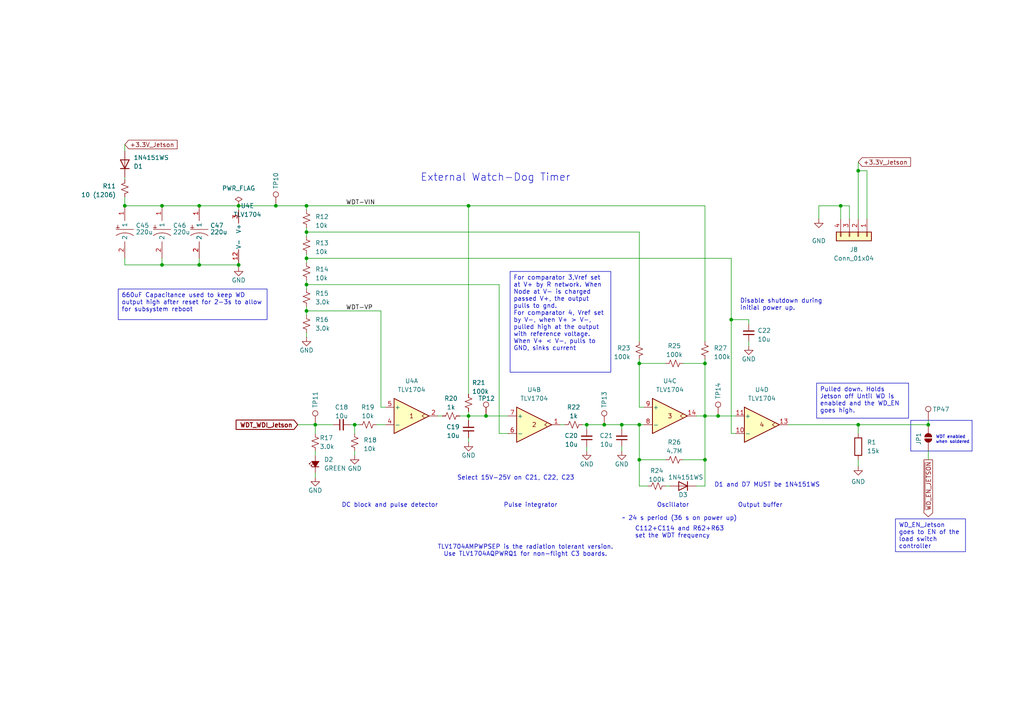
<source format=kicad_sch>
(kicad_sch (version 20250114) (generator "eeschema") (generator_version "9.0")
  (paper "A4")
  (lib_symbols
    (symbol "Connector:TestPoint" (pin_numbers (hide yes)) (pin_names (offset 0.762) (hide yes))
      (property "Reference" "TP" (at 0 6.858 0))
      (property "Value" "TestPoint" (at 0 5.08 0))
      (symbol "TestPoint_0_1"
        (circle (center 0 3.302) (radius 0.762))
      )
      (symbol "TestPoint_1_1"
        (pin passive line (at 0 0 90) (length 2.54) (name "1") (number "1"))
      )
    )
    (symbol "Connector_Generic:Conn_01x04" (pin_names (offset 1.016) (hide yes))
      (property "Reference" "J" (at 0 5.08 0))
      (property "Value" "Conn_01x04" (at 0 -7.62 0))
      (symbol "Conn_01x04_1_1"
        (rectangle (start -1.27 3.81) (end 1.27 -6.35) (stroke (width 0.254)) (fill (type background)))
        (rectangle (start -1.27 2.667) (end 0 2.413) (stroke (width 0.1524)))
        (rectangle (start -1.27 0.127) (end 0 -0.127) (stroke (width 0.1524)))
        (rectangle (start -1.27 -2.413) (end 0 -2.667) (stroke (width 0.1524)))
        (rectangle (start -1.27 -4.953) (end 0 -5.207) (stroke (width 0.1524)))
        (pin passive line (at -5.08 2.54 0) (length 3.81) (name "Pin_1") (number "1"))
        (pin passive line (at -5.08 0 0) (length 3.81) (name "Pin_2") (number "2"))
        (pin passive line (at -5.08 -2.54 0) (length 3.81) (name "Pin_3") (number "3"))
        (pin passive line (at -5.08 -5.08 0) (length 3.81) (name "Pin_4") (number "4"))
      )
    )
    (symbol "Device:C_Small" (pin_numbers (hide yes)) (pin_names (offset 0.254) (hide yes))
      (property "Reference" "C" (at 0.254 1.778 0))
      (property "Value" "C_Small" (at 0.254 -2.032 0))
      (symbol "C_Small_0_1"
        (polyline (pts (xy -1.524 0.508) (xy 1.524 0.508)) (stroke (width 0.3048)))
        (polyline (pts (xy -1.524 -0.508) (xy 1.524 -0.508)) (stroke (width 0.3302)))
      )
      (symbol "C_Small_1_1"
        (pin passive line (at 0 2.54 270) (length 2.032) (name "~") (number "1"))
        (pin passive line (at 0 -2.54 90) (length 2.032) (name "~") (number "2"))
      )
    )
    (symbol "Device:LED_Small_Filled" (pin_numbers (hide yes)) (pin_names (offset 0.254) (hide yes))
      (property "Reference" "D" (at -1.27 3.175 0))
      (property "Value" "LED_Small_Filled" (at -4.445 -2.54 0))
      (symbol "LED_Small_Filled_0_1"
        (polyline (pts (xy -0.762 -1.016) (xy -0.762 1.016)) (stroke (width 0.254)))
        (polyline (pts (xy 0 0.762) (xy -0.508 1.27) (xy -0.254 1.27) (xy -0.508 1.27) (xy -0.508 1.016)))
        (polyline (pts (xy 0.508 1.27) (xy 0 1.778) (xy 0.254 1.778) (xy 0 1.778) (xy 0 1.524)))
        (polyline (pts (xy 0.762 -1.016) (xy -0.762 0) (xy 0.762 1.016) (xy 0.762 -1.016)) (stroke (width 0.254)) (fill (type outline)))
        (polyline (pts (xy 1.016 0) (xy -0.762 0)))
      )
      (symbol "LED_Small_Filled_1_1"
        (pin passive line (at -2.54 0 0) (length 1.778) (name "K") (number "1"))
        (pin passive line (at 2.54 0 180) (length 1.778) (name "A") (number "2"))
      )
    )
    (symbol "Device:R" (pin_numbers (hide yes)) (pin_names (offset 0))
      (property "Reference" "R" (at 2.032 0 90))
      (property "Value" "R" (at 0 0 90))
      (symbol "R_0_1"
        (rectangle (start -1.016 -2.54) (end 1.016 2.54) (stroke (width 0.254)))
      )
      (symbol "R_1_1"
        (pin passive line (at 0 3.81 270) (length 1.27) (name "~") (number "1"))
        (pin passive line (at 0 -3.81 90) (length 1.27) (name "~") (number "2"))
      )
    )
    (symbol "Device:R_Small_US" (pin_numbers (hide yes)) (pin_names (offset 0.254) (hide yes))
      (property "Reference" "R" (at 0.762 0.508 0))
      (property "Value" "R_Small_US" (at 0.762 -1.016 0))
      (symbol "R_Small_US_1_1"
        (polyline (pts (xy 0 1.524) (xy 1.016 1.143) (xy 0 0.762) (xy -1.016 0.381) (xy 0 0)))
        (polyline (pts (xy 0 0) (xy 1.016 -0.381) (xy 0 -0.762) (xy -1.016 -1.143) (xy 0 -1.524)))
        (pin passive line (at 0 2.54 270) (length 1.016) (name "~") (number "1"))
        (pin passive line (at 0 -2.54 90) (length 1.016) (name "~") (number "2"))
      )
    )
    (symbol "EPS:1N4151WS" (pin_numbers (hide yes)) (pin_names (offset 1.016) (hide yes))
      (property "Reference" "D" (at 0 2.54 0))
      (property "Value" "1N4151WS" (at 0 -2.54 0))
      (symbol "1N4151WS_0_1"
        (polyline (pts (xy -1.27 1.27) (xy -1.27 -1.27)) (stroke (width 0.254)))
        (polyline (pts (xy 1.27 1.27) (xy 1.27 -1.27) (xy -1.27 0) (xy 1.27 1.27)) (stroke (width 0.254)))
        (polyline (pts (xy 1.27 0) (xy -1.27 0)))
      )
      (symbol "1N4151WS_1_1"
        (pin passive line (at -3.81 0 0) (length 2.54) (name "K") (number "1"))
        (pin passive line (at 3.81 0 180) (length 2.54) (name "A") (number "2"))
      )
    )
    (symbol "EPS:CA45-D-10V-220μF-K"
      (property "Reference" "C" (at 0 5.08 0))
      (property "Value" "220u" (at 0 -5.08 0))
      (symbol "CA45-D-10V-220μF-K_0_1"
        (arc (start -1.02 2.54) (mid -0.31 0.81) (end -0.25 0))
        (arc (start -0.25 0) (mid -0.27 -0.53) (end -1.02 -2.54))
        (polyline (pts (xy 0.76 2.54) (xy 0.76 -2.54)))
        (rectangle (start 1.02 2.03) (end 2.03 2.03) (fill (type background)))
        (rectangle (start 1.27 2.54) (end 1.27 1.52) (fill (type background)))
        (pin unspecified line (at -7.62 0 0) (length 4.826) (name "2") (number "2"))
        (pin unspecified line (at 7.62 0 180) (length 4.318) (name "1") (number "1"))
      )
    )
    (symbol "EPS:TLV1704AIPWR" (pin_names (offset 0.127))
      (property "Reference" "U13" (at 0 10.16 0))
      (property "Value" "TLV1704" (at 0 7.62 0))
      (symbol "TLV1704AIPWR_1_1"
        (polyline (pts (xy -5.08 5.08) (xy 5.08 0) (xy -5.08 -5.08) (xy -5.08 5.08)) (stroke (width 0.254)) (fill (type background)))
        (polyline (pts (xy 3.048 0) (xy 3.81 -0.635)))
        (polyline (pts (xy 3.81 0.635) (xy 3.048 0)))
        (text "1" (at 0 0 0) (effects (font (size 1.27 1.27))))
        (pin input line (at -7.62 2.54 0) (length 2.54) (name "+") (number "5"))
        (pin input line (at -7.62 -2.54 0) (length 2.54) (name "-") (number "4"))
        (pin open_collector line (at 7.62 0 180) (length 2.54) (name "~") (number "2"))
      )
      (symbol "TLV1704AIPWR_2_1"
        (polyline (pts (xy -5.08 5.08) (xy 5.08 0) (xy -5.08 -5.08) (xy -5.08 5.08)) (stroke (width 0.254)) (fill (type background)))
        (polyline (pts (xy 3.048 0) (xy 3.81 -0.635)))
        (polyline (pts (xy 3.81 0.635) (xy 3.048 0)))
        (text "2" (at 0 0 0) (effects (font (size 1.27 1.27))))
        (pin input line (at -7.62 2.54 0) (length 2.54) (name "+") (number "7"))
        (pin input line (at -7.62 -2.54 0) (length 2.54) (name "-") (number "6"))
        (pin open_collector line (at 7.62 0 180) (length 2.54) (name "~") (number "1"))
      )
      (symbol "TLV1704AIPWR_3_1"
        (polyline (pts (xy -5.08 5.08) (xy 5.08 0) (xy -5.08 -5.08) (xy -5.08 5.08)) (stroke (width 0.254)) (fill (type background)))
        (polyline (pts (xy 3.048 0) (xy 3.81 -0.635)))
        (polyline (pts (xy 3.81 0.635) (xy 3.048 0)))
        (text "3" (at 0 0 0) (effects (font (size 1.27 1.27))))
        (pin input line (at -7.62 2.54 0) (length 2.54) (name "+") (number "9"))
        (pin input line (at -7.62 -2.54 0) (length 2.54) (name "-") (number "8"))
        (pin open_collector line (at 7.62 0 180) (length 2.54) (name "~") (number "14"))
      )
      (symbol "TLV1704AIPWR_4_1"
        (polyline (pts (xy -5.08 5.08) (xy 5.08 0) (xy -5.08 -5.08) (xy -5.08 5.08)) (stroke (width 0.254)) (fill (type background)))
        (polyline (pts (xy 3.048 0) (xy 3.81 -0.635)))
        (polyline (pts (xy 3.81 0.635) (xy 3.048 0)))
        (text "4" (at 0 0 0) (effects (font (size 1.27 1.27))))
        (pin input line (at -7.62 2.54 0) (length 2.54) (name "+") (number "11"))
        (pin input line (at -7.62 -2.54 0) (length 2.54) (name "-") (number "10"))
        (pin open_collector line (at 7.62 0 180) (length 2.54) (name "~") (number "13"))
      )
      (symbol "TLV1704AIPWR_5_1"
        (pin power_in line (at -2.54 7.62 270) (length 3.81) (name "V+") (number "3"))
        (pin power_in line (at -2.54 -7.62 90) (length 3.81) (name "V-") (number "12"))
      )
    )
    (symbol "Jumper:SolderJumper_2_Open" (pin_numbers (hide yes)) (pin_names (offset 0) (hide yes)) (exclude_from_sim yes) (in_bom no)
      (property "Reference" "JP" (at 0 2.032 0))
      (property "Value" "SolderJumper_2_Open" (at 0 -2.54 0))
      (symbol "SolderJumper_2_Open_0_1"
        (polyline (pts (xy -0.254 1.016) (xy -0.254 -1.016)))
        (arc (start -0.254 -1.016) (mid -1.2656 0) (end -0.254 1.016))
        (arc (start -0.254 -1.016) (mid -1.2656 0) (end -0.254 1.016) (fill (type outline)))
        (arc (start 0.254 1.016) (mid 1.2656 0) (end 0.254 -1.016))
        (arc (start 0.254 1.016) (mid 1.2656 0) (end 0.254 -1.016) (fill (type outline)))
        (polyline (pts (xy 0.254 1.016) (xy 0.254 -1.016)))
      )
      (symbol "SolderJumper_2_Open_1_1"
        (pin passive line (at -3.81 0 0) (length 2.54) (name "A") (number "1"))
        (pin passive line (at 3.81 0 180) (length 2.54) (name "B") (number "2"))
      )
    )
    (symbol "power:GND" (power) (pin_numbers (hide yes)) (pin_names (offset 0) (hide yes))
      (property "Value" "GND" (at 0 -3.81 0))
      (symbol "GND_0_1"
        (polyline (pts (xy 0 0) (xy 0 -1.27) (xy 1.27 -1.27) (xy 0 -2.54) (xy -1.27 -1.27) (xy 0 -1.27)))
      )
      (symbol "GND_1_1"
        (pin power_in line (at 0 0 270) (length 0) (name "~") (number "1"))
      )
    )
    (symbol "power:PWR_FLAG" (power) (pin_numbers (hide yes)) (pin_names (offset 0) (hide yes))
      (property "Value" "PWR_FLAG" (at 0 3.81 0))
      (symbol "PWR_FLAG_0_0"
        (pin power_out line (at 0 0 90) (length 0) (name "~") (number "1"))
      )
      (symbol "PWR_FLAG_0_1"
        (polyline (pts (xy 0 0) (xy 0 1.27) (xy -1.016 1.905) (xy 0 2.54) (xy 1.016 1.905) (xy 0 1.27)))
      )
    )
  )
  (text "TLV1704AMPWPSEP is the radiation tolerant version.\nUse TLV1704AQPWRQ1 for non-flight C3 boards." (at 152.4 159.766 0) (effects (font (size 1.27 1.27))))
  (text "Oscillator" (at 190.5 147.32 0) (effects (font (size 1.27 1.27)) (justify left bottom)))
  (text "External Watch-Dog Timer" (at 121.92 52.832 0) (effects (font (size 2.159 2.159)) (justify left bottom)))
  (text "Disable shutdown during\ninitial power up." (at 214.63 90.17 0) (effects (font (size 1.27 1.27)) (justify left bottom)))
  (text "Pulse integrator" (at 146.05 147.32 0) (effects (font (size 1.27 1.27)) (justify left bottom)))
  (text "C112+C114 and R62+R63 \nset the WDT frequency" (at 184.15 156.21 0) (effects (font (size 1.27 1.27)) (justify left bottom)))
  (text "~ 24 s period (36 s on power up)" (at 180.34 151.13 0) (effects (font (size 1.27 1.27)) (justify left bottom)))
  (text "D1 and D7 MUST be 1N4151WS" (at 222.504 140.716 0) (effects (font (size 1.27 1.27))))
  (text "Select 15V-25V on C21, C22, C23" (at 149.606 138.684 0) (effects (font (size 1.27 1.27))))
  (text "Output buffer" (at 213.995 147.32 0) (effects (font (size 1.27 1.27)) (justify left bottom)))
  (text "WDT enabled\nwhen soldered" (at 271.399 128.778 0) (effects (font (size 0.889 0.889)) (justify left bottom)))
  (text "DC block and pulse detector" (at 99.06 147.32 0) (effects (font (size 1.27 1.27)) (justify left bottom)))
  (text_box "Pulled down. Holds Jetson off Until WD is enabled and the WD_EN goes high." (at 236.855 111.125 0) (size 26.67 10.16) (margins 0.9525 0.9525 0.9525 0.9525) (effects (font (size 1.27 1.27)) (justify left top)))
  (text_box "WD_EN_Jetson goes to EN of the load switch controller" (at 259.715 150.495 0) (size 20.32 9.525) (margins 0.9525 0.9525 0.9525 0.9525) (effects (font (size 1.27 1.27)) (justify left top)))
  (text_box "For comparator 3,Vref set at V+ by R network. When Node at V- is charged passed V+, the output pulls to gnd.\nFor comparator 4, Vref set by V-, when V+ > V-, pulled high at the output with reference voltage. When V+ < V-, pulls to GND, sinks current\n\n" (at 147.955 78.74 0) (size 29.21 29.21) (margins 0.9525 0.9525 0.9525 0.9525) (effects (font (size 1.27 1.27)) (justify left top)))
  (text_box "660uF Capacitance used to keep WD output high after reset for 2-3s to allow for subsystem reboot" (at 34.29 83.82 0) (size 43.18 8.89) (margins 0.9525 0.9525 0.9525 0.9525) (effects (font (size 1.27 1.27)) (justify left top)))
  (junction (at 46.99 59.69))
  (junction (at 102.87 123.19))
  (junction (at 204.47 120.65))
  (junction (at 88.9 74.93))
  (junction (at 204.47 105.41))
  (junction (at 88.9 90.17))
  (junction (at 204.47 133.35))
  (junction (at 185.42 105.41))
  (junction (at 185.42 133.35))
  (junction (at 180.34 123.19))
  (junction (at 57.785 76.835))
  (junction (at 248.92 49.53))
  (junction (at 243.84 59.69))
  (junction (at 269.24 123.19))
  (junction (at 80.01 59.69))
  (junction (at 135.89 59.69))
  (junction (at 185.42 123.19))
  (junction (at 88.9 59.69))
  (junction (at 91.44 123.19))
  (junction (at 175.26 123.19))
  (junction (at 69.215 76.835))
  (junction (at 170.18 123.19))
  (junction (at 57.785 59.69))
  (junction (at 212.09 92.71))
  (junction (at 46.99 76.835))
  (junction (at 140.97 120.65))
  (junction (at 135.89 120.65))
  (junction (at 88.9 67.31))
  (junction (at 208.28 120.65))
  (junction (at 36.195 59.69))
  (junction (at 248.92 123.19))
  (junction (at 69.215 59.69))
  (junction (at 88.9 82.55))
  (wire (pts (xy 88.9 82.55) (xy 88.9 83.82)))
  (wire (pts (xy 57.785 76.835) (xy 69.215 76.835)))
  (wire (pts (xy 88.9 90.17) (xy 88.9 91.44)))
  (wire (pts (xy 69.215 76.835) (xy 69.215 76.2)))
  (wire (pts (xy 217.17 100.33) (xy 217.17 99.06)))
  (wire (pts (xy 243.84 59.69) (xy 237.49 59.69)))
  (wire (pts (xy 180.34 123.19) (xy 185.42 123.19)))
  (wire (pts (xy 69.215 77.47) (xy 69.215 76.835)))
  (wire (pts (xy 88.9 90.17) (xy 110.49 90.17)))
  (wire (pts (xy 204.47 120.65) (xy 208.28 120.65)))
  (wire (pts (xy 46.99 76.835) (xy 57.785 76.835)))
  (wire (pts (xy 135.89 120.65) (xy 140.97 120.65)))
  (wire (pts (xy 204.47 140.97) (xy 204.47 133.35)))
  (wire (pts (xy 36.195 76.835) (xy 46.99 76.835)))
  (wire (pts (xy 140.97 120.65) (xy 147.32 120.65)))
  (wire (pts (xy 88.9 82.55) (xy 144.78 82.55)))
  (wire (pts (xy 110.49 90.17) (xy 110.49 118.11)))
  (wire (pts (xy 162.56 123.19) (xy 163.83 123.19)))
  (wire (pts (xy 88.9 67.31) (xy 185.42 67.31)))
  (wire (pts (xy 248.92 133.35) (xy 248.92 135.255)))
  (wire (pts (xy 212.09 92.71) (xy 217.17 92.71)))
  (wire (pts (xy 36.195 41.91) (xy 36.195 43.815)))
  (wire (pts (xy 88.9 81.28) (xy 88.9 82.55)))
  (wire (pts (xy 248.92 49.53) (xy 251.46 49.53)))
  (wire (pts (xy 212.09 92.71) (xy 212.09 125.73)))
  (wire (pts (xy 86.36 123.19) (xy 91.44 123.19)))
  (wire (pts (xy 204.47 104.14) (xy 204.47 105.41)))
  (wire (pts (xy 57.785 74.93) (xy 57.785 76.835)))
  (wire (pts (xy 217.17 93.98) (xy 217.17 92.71)))
  (wire (pts (xy 201.93 120.65) (xy 204.47 120.65)))
  (wire (pts (xy 193.04 140.97) (xy 194.31 140.97)))
  (wire (pts (xy 248.92 63.5) (xy 248.92 49.53)))
  (wire (pts (xy 102.87 130.81) (xy 102.87 132.08)))
  (wire (pts (xy 204.47 105.41) (xy 204.47 120.65)))
  (wire (pts (xy 133.35 120.65) (xy 135.89 120.65)))
  (wire (pts (xy 246.38 59.69) (xy 246.38 63.5)))
  (wire (pts (xy 185.42 140.97) (xy 187.96 140.97)))
  (wire (pts (xy 269.24 130.81) (xy 269.24 133.35)))
  (wire (pts (xy 88.9 88.9) (xy 88.9 90.17)))
  (wire (pts (xy 46.99 59.69) (xy 57.785 59.69)))
  (wire (pts (xy 185.42 104.14) (xy 185.42 105.41)))
  (wire (pts (xy 243.84 63.5) (xy 243.84 59.69)))
  (wire (pts (xy 185.42 140.97) (xy 185.42 133.35)))
  (wire (pts (xy 135.89 128.27) (xy 135.89 127)))
  (wire (pts (xy 88.9 73.66) (xy 88.9 74.93)))
  (wire (pts (xy 91.44 125.73) (xy 91.44 123.19)))
  (wire (pts (xy 170.18 123.19) (xy 175.26 123.19)))
  (wire (pts (xy 36.195 59.69) (xy 46.99 59.69)))
  (wire (pts (xy 201.93 140.97) (xy 204.47 140.97)))
  (wire (pts (xy 185.42 99.06) (xy 185.42 67.31)))
  (wire (pts (xy 91.44 130.81) (xy 91.44 132.08)))
  (polyline (pts (xy 264.16 121.92) (xy 281.94 121.92)))
  (wire (pts (xy 175.26 123.19) (xy 180.34 123.19)))
  (polyline (pts (xy 264.16 130.81) (xy 264.16 121.92)))
  (wire (pts (xy 69.215 59.69) (xy 69.215 60.96)))
  (wire (pts (xy 185.42 118.11) (xy 185.42 105.41)))
  (wire (pts (xy 193.04 133.35) (xy 185.42 133.35)))
  (wire (pts (xy 248.92 123.19) (xy 269.24 123.19)))
  (wire (pts (xy 135.89 59.69) (xy 135.89 114.3)))
  (wire (pts (xy 135.89 120.65) (xy 135.89 121.92)))
  (wire (pts (xy 208.28 120.65) (xy 213.36 120.65)))
  (wire (pts (xy 102.87 123.19) (xy 102.87 125.73)))
  (wire (pts (xy 135.89 120.65) (xy 135.89 119.38)))
  (wire (pts (xy 248.92 123.19) (xy 248.92 125.73)))
  (wire (pts (xy 212.09 74.93) (xy 212.09 92.71)))
  (wire (pts (xy 198.12 133.35) (xy 204.47 133.35)))
  (wire (pts (xy 88.9 74.93) (xy 212.09 74.93)))
  (wire (pts (xy 228.6 123.19) (xy 248.92 123.19)))
  (wire (pts (xy 88.9 67.31) (xy 88.9 68.58)))
  (wire (pts (xy 80.01 59.69) (xy 88.9 59.69)))
  (wire (pts (xy 88.9 96.52) (xy 88.9 97.79)))
  (wire (pts (xy 69.215 59.69) (xy 80.01 59.69)))
  (wire (pts (xy 135.89 59.69) (xy 88.9 59.69)))
  (wire (pts (xy 170.18 123.19) (xy 170.18 124.46)))
  (wire (pts (xy 198.12 105.41) (xy 204.47 105.41)))
  (wire (pts (xy 180.34 124.46) (xy 180.34 123.19)))
  (wire (pts (xy 135.89 59.69) (xy 204.47 59.69)))
  (polyline (pts (xy 281.94 121.92) (xy 281.94 130.81)))
  (wire (pts (xy 88.9 60.96) (xy 88.9 59.69)))
  (wire (pts (xy 269.24 121.92) (xy 269.24 123.19)))
  (wire (pts (xy 91.44 138.43) (xy 91.44 137.16)))
  (wire (pts (xy 185.42 133.35) (xy 185.42 123.19)))
  (wire (pts (xy 88.9 74.93) (xy 88.9 76.2)))
  (wire (pts (xy 144.78 125.73) (xy 147.32 125.73)))
  (wire (pts (xy 180.34 130.81) (xy 180.34 129.54)))
  (wire (pts (xy 144.78 82.55) (xy 144.78 125.73)))
  (wire (pts (xy 185.42 105.41) (xy 193.04 105.41)))
  (wire (pts (xy 237.49 59.69) (xy 237.49 63.5)))
  (wire (pts (xy 127 120.65) (xy 128.27 120.65)))
  (wire (pts (xy 168.91 123.19) (xy 170.18 123.19)))
  (wire (pts (xy 57.785 59.69) (xy 69.215 59.69)))
  (wire (pts (xy 243.84 59.69) (xy 246.38 59.69)))
  (wire (pts (xy 36.195 57.15) (xy 36.195 59.69)))
  (wire (pts (xy 36.195 52.07) (xy 36.195 51.435)))
  (wire (pts (xy 170.18 130.81) (xy 170.18 129.54)))
  (wire (pts (xy 186.69 118.11) (xy 185.42 118.11)))
  (wire (pts (xy 101.6 123.19) (xy 102.87 123.19)))
  (wire (pts (xy 46.99 74.93) (xy 46.99 76.835)))
  (wire (pts (xy 102.87 123.19) (xy 104.14 123.19)))
  (wire (pts (xy 204.47 99.06) (xy 204.47 59.69)))
  (wire (pts (xy 248.92 49.53) (xy 248.92 46.99)))
  (wire (pts (xy 212.09 125.73) (xy 213.36 125.73)))
  (wire (pts (xy 204.47 133.35) (xy 204.47 120.65)))
  (wire (pts (xy 251.46 49.53) (xy 251.46 63.5)))
  (wire (pts (xy 88.9 66.04) (xy 88.9 67.31)))
  (wire (pts (xy 36.195 74.93) (xy 36.195 76.835)))
  (polyline (pts (xy 281.94 130.81) (xy 264.16 130.81)))
  (wire (pts (xy 185.42 123.19) (xy 186.69 123.19)))
  (wire (pts (xy 91.44 123.19) (xy 96.52 123.19)))
  (wire (pts (xy 110.49 118.11) (xy 111.76 118.11)))
  (wire (pts (xy 109.22 123.19) (xy 111.76 123.19)))
  (label "WDT-VP" (at 100.33 90.17 0))
  (label "WDT-VIN" (at 100.33 59.69 0))
  (global_label "+3.3V_Jetson" (shape input) (at 36.195 41.91 0) (property "Intersheetrefs" "${INTERSHEET_REFS}" (effects (hide yes))))
  (global_label "+3.3V_Jetson" (shape input) (at 248.92 46.99 0) (property "Intersheetrefs" "${INTERSHEET_REFS}" (effects (hide yes))))
  (global_label "~{WD_EN_JETSON}" (shape output) (at 269.24 133.35 270) (property "Intersheetrefs" "${INTERSHEET_REFS}" (effects (hide yes))))
  (global_label "WDT_WDI_Jetson" (shape input) (at 86.36 123.19 180) (effects (font (thickness 0.254) (bold yes))) (property "Intersheetrefs" "${INTERSHEET_REFS}" (effects (hide yes))))
  (symbol (lib_id "Device:C_Small") (at 135.89 124.46 0) (mirror x) (unit 1)
    (property "Reference" "C19" (at 133.35 123.8186 0) (effects (justify right)))
    (property "Value" "10u" (at 133.35 126.3586 0) (effects (justify right)))
    (property "Footprint" "Capacitor_SMD:C_1210_3225Metric" (effects (hide yes)))
    (property "Description" "Unpolarized capacitor, small symbol" (effects (hide yes)))
    (property "DPN" "490-12317-1-ND" (effects (hide yes)))
    (property "DST" "Digi-Key" (effects (hide yes)))
    (property "MFR" "Murata" (effects (hide yes)))
    (property "MPN" "GRT188R61C106KE13D" (effects (hide yes)))
  )
  (symbol (lib_id "Device:R_Small_US") (at 91.44 128.27 0) (unit 1)
    (property "Reference" "R17" (at 92.71 127 0) (effects (justify left)))
    (property "Value" "3.0k" (at 92.71 129.54 0) (effects (justify left)))
    (property "Footprint" "Resistor_SMD:R_0603_1608Metric" (effects (hide yes)))
    (property "Description" "Resistor, small US symbol" (effects (hide yes)))
    (property "DPN" "RMCF0603FT3K00CT-ND" (effects (hide yes)))
    (property "DST" "Digi-Key" (effects (hide yes)))
    (property "MFR" "Stackpole Electronics Inc" (effects (hide yes)))
    (property "MPN" "RMCF0603FT3K00" (effects (hide yes)))
    (property "LCSC" "C4211" (effects (hide yes)))
  )
  (symbol (lib_id "power:GND") (at 170.18 130.81 0) (mirror y) (unit 1)
    (property "Reference" "#PWR026" (effects (hide yes)))
    (property "Value" "GND" (at 170.18 134.62 0))
    (property "Description" "Power symbol creates a global label with name \"GND\" , ground" (effects (hide yes)))
  )
  (symbol (lib_id "power:GND") (at 102.87 132.08 0) (unit 1)
    (property "Reference" "#PWR023" (effects (hide yes)))
    (property "Value" "GND" (at 102.87 135.89 0))
    (property "Description" "Power symbol creates a global label with name \"GND\" , ground" (effects (hide yes)))
  )
  (symbol (lib_id "EPS:1N4151WS") (at 36.195 47.625 270) (mirror x) (unit 1)
    (property "Reference" "D1" (at 38.735 48.26 90) (effects (justify left)))
    (property "Value" "1N4151WS" (at 38.735 45.72 90) (effects (justify left)))
    (property "Footprint" "easyeda2kicad:SODFL2512X100N" (effects (hide yes)))
    (property "Datasheet" "https://www.vishay.com/docs/85412/1n4151wsg.pdf" (effects (hide yes)))
    (property "Description" "Diode" (effects (hide yes)))
    (property "DPN" "112-1N4151WS-E3-08CT-ND" (effects (hide yes)))
    (property "DST" "Digi-Key" (effects (hide yes)))
    (property "MFR" "Vishay" (effects (hide yes)))
    (property "MPN" "1N4151WS-E3-08" (effects (hide yes)))
    (property "Sim.Device" "D" (effects (hide yes)))
    (property "Sim.Pins" "1=K 2=A" (effects (hide yes)))
  )
  (symbol (lib_id "EPS:TLV1704AIPWR") (at 71.755 68.58 0) (unit 5)
    (property "Reference" "U4" (at 71.755 59.69 0))
    (property "Value" "TLV1704" (at 71.755 62.23 0))
    (property "Footprint" "Package_SO:TSSOP-14_4.4x5mm_P0.65mm" (effects (hide yes)))
    (property "Datasheet" "https://www.ti.com/lit/ds/symlink/tlv1704-sep.pdf" (effects (hide yes)))
    (property "Description" "Analog Comparators 2.2-V to 36-V, radiation tolerant microPower quad comparator in space enhanced plastic 14-TSSOP -55 to 125" (effects (hide yes)))
    (property "MFR" "Texas Instruments" (effects (hide yes)))
    (property "MPN" "TLV1704AQPWRQ1" (effects (hide yes)))
    (property "DST" "Digi-Key" (effects (hide yes)))
    (property "DPN" "296-43799-2-ND" (effects (hide yes)))
    (property "LCSC" "C181596" (effects (hide yes)))
  )
  (symbol (lib_id "Connector:TestPoint") (at 175.26 123.19 0) (unit 1)
    (property "Reference" "TP13" (at 175.26 118.364 90) (effects (justify left)))
    (property "Value" "TestPoint" (effects (hide yes)))
    (property "Footprint" "TestPoint:TestPoint_Pad_1.0x1.0mm" (effects (hide yes)))
    (property "Description" "test point" (effects (hide yes)))
  )
  (symbol (lib_id "Device:R_Small_US") (at 88.9 71.12 0) (unit 1)
    (property "Reference" "R13" (at 91.44 70.485 0) (effects (justify left)))
    (property "Value" "10k" (at 91.44 73.025 0) (effects (justify left)))
    (property "Footprint" "Resistor_SMD:R_0603_1608Metric" (effects (hide yes)))
    (property "Description" "Resistor, small US symbol" (effects (hide yes)))
    (property "DPN" "RMCF0603FT10K0CT-ND" (effects (hide yes)))
    (property "DST" "Digi-Key" (effects (hide yes)))
    (property "MFR" "Stackpole Electronics Inc" (effects (hide yes)))
    (property "MPN" "RMCF0603FT10K0" (effects (hide yes)))
    (property "LCSC" "C13564" (effects (hide yes)))
  )
  (symbol (lib_id "Connector_Generic:Conn_01x04") (at 248.92 68.58 270) (unit 1)
    (property "Reference" "J8" (at 247.65 72.39 90))
    (property "Value" "Conn_01x04" (at 247.65 74.93 90))
    (property "Footprint" "Connector_PinSocket_2.54mm:PinSocket_1x04_P2.54mm_Vertical" (effects (hide yes)))
    (property "Description" "Generic connector, single row, 01x04, script generated (kicad-library-utils/schlib/autogen/connector/)" (effects (hide yes)))
  )
  (symbol (lib_id "Connector:TestPoint") (at 80.01 59.69 0) (unit 1)
    (property "Reference" "TP10" (at 80.01 54.864 90) (effects (justify left)))
    (property "Value" "TestPoint" (effects (hide yes)))
    (property "Footprint" "TestPoint:TestPoint_Pad_1.0x1.0mm" (effects (hide yes)))
    (property "Description" "test point" (effects (hide yes)))
  )
  (symbol (lib_id "Jumper:SolderJumper_2_Open") (at 269.24 127 270) (unit 1)
    (property "Reference" "JP1" (at 266.446 127.254 0))
    (property "Value" "SolderJumper_2_Open" (effects (hide yes)))
    (property "Footprint" "Jumper:SolderJumper-2_P1.3mm_Open_RoundedPad1.0x1.5mm" (effects (hide yes)))
    (property "Description" "Solder Jumper, 2-pole, open" (effects (hide yes)))
  )
  (symbol (lib_id "Device:R_Small_US") (at 185.42 101.6 0) (mirror x) (unit 1)
    (property "Reference" "R23" (at 182.88 100.965 0) (effects (justify right)))
    (property "Value" "100k" (at 182.88 103.505 0) (effects (justify right)))
    (property "Footprint" "Resistor_SMD:R_0603_1608Metric" (effects (hide yes)))
    (property "Description" "Resistor, small US symbol" (effects (hide yes)))
    (property "DPN" "RMCF0603FT100KCT-ND" (effects (hide yes)))
    (property "DST" "Digi-Key" (effects (hide yes)))
    (property "MFR" "Stackpole Electronics Inc" (effects (hide yes)))
    (property "MPN" "RMCF0603FT100K" (effects (hide yes)))
    (property "LCSC" "C14675" (effects (hide yes)))
  )
  (symbol (lib_id "EPS:CA45-D-10V-220μF-K") (at 46.99 67.31 90) (unit 1)
    (property "Reference" "C46" (at 50.165 65.405 90) (effects (justify right)))
    (property "Value" "220u" (at 50.165 67.31 90) (effects (justify right)))
    (property "Footprint" "EPS:CASE-D_7343" (effects (hide yes)))
    (property "Datasheet" "https://lcsc.com/product-detail/Tantalum-Capacitors_220uF-227-10-10V_C171665.html" (effects (hide yes)))
    (property "Description" "CA45-D-10V-220μF-K" (effects (hide yes)))
    (property "LCSC Part" "C171665" (effects (hide yes)))
  )
  (symbol (lib_id "power:GND") (at 248.92 135.255 0) (unit 1)
    (property "Reference" "#PWR09" (effects (hide yes)))
    (property "Value" "GND" (at 248.92 139.7 0))
    (property "Description" "Power symbol creates a global label with name \"GND\" , ground" (effects (hide yes)))
  )
  (symbol (lib_id "Device:R_Small_US") (at 88.9 78.74 0) (unit 1)
    (property "Reference" "R14" (at 91.44 78.105 0) (effects (justify left)))
    (property "Value" "10k" (at 91.44 80.645 0) (effects (justify left)))
    (property "Footprint" "Resistor_SMD:R_0603_1608Metric" (effects (hide yes)))
    (property "Description" "Resistor, small US symbol" (effects (hide yes)))
    (property "DPN" "RMCF0603FT10K0CT-ND" (effects (hide yes)))
    (property "DST" "Digi-Key" (effects (hide yes)))
    (property "MFR" "Stackpole Electronics Inc" (effects (hide yes)))
    (property "MPN" "RMCF0603FT10K0" (effects (hide yes)))
    (property "LCSC" "C13564" (effects (hide yes)))
  )
  (symbol (lib_id "Device:LED_Small_Filled") (at 91.44 134.62 90) (unit 1)
    (property "Reference" "D2" (at 93.98 133.2865 90) (effects (justify right)))
    (property "Value" "GREEN" (at 93.98 135.8265 90) (effects (justify right)))
    (property "Footprint" "LED_SMD:LED_0603_1608Metric" (effects (hide yes)))
    (property "Description" "Light emitting diode, small symbol, filled shape" (effects (hide yes)))
    (property "DPN" "732-4971-1-ND" (effects (hide yes)))
    (property "DST" "Digi-Key" (effects (hide yes)))
    (property "MFR" "Wurth" (effects (hide yes)))
    (property "MPN" "150060GS75000" (effects (hide yes)))
    (property "Sim.Pins" "1=K 2=A" (effects (hide yes)))
  )
  (symbol (lib_id "Device:R_Small_US") (at 88.9 63.5 0) (unit 1)
    (property "Reference" "R12" (at 91.44 62.865 0) (effects (justify left)))
    (property "Value" "10k" (at 91.44 65.405 0) (effects (justify left)))
    (property "Footprint" "Resistor_SMD:R_0603_1608Metric" (effects (hide yes)))
    (property "Description" "Resistor, small US symbol" (effects (hide yes)))
    (property "DPN" "RMCF0603FT10K0CT-ND" (effects (hide yes)))
    (property "DST" "Digi-Key" (effects (hide yes)))
    (property "MFR" "Stackpole Electronics Inc" (effects (hide yes)))
    (property "MPN" "RMCF0603FT10K0" (effects (hide yes)))
    (property "LCSC" "C13564" (effects (hide yes)))
  )
  (symbol (lib_id "Device:C_Small") (at 170.18 127 0) (mirror x) (unit 1)
    (property "Reference" "C20" (at 167.64 126.3586 0) (effects (justify right)))
    (property "Value" "10u" (at 167.64 128.8986 0) (effects (justify right)))
    (property "Footprint" "Capacitor_SMD:C_1210_3225Metric" (effects (hide yes)))
    (property "Description" "Unpolarized capacitor, small symbol" (effects (hide yes)))
    (property "DPN" "490-12317-1-ND" (effects (hide yes)))
    (property "DST" "Digi-Key" (effects (hide yes)))
    (property "MFR" "Murata" (effects (hide yes)))
    (property "MPN" "GRT188R61C106KE13D" (effects (hide yes)))
  )
  (symbol (lib_id "power:PWR_FLAG") (at 69.215 59.69 0) (unit 1)
    (property "Reference" "#FLG05" (effects (hide yes)))
    (property "Value" "PWR_FLAG" (at 69.215 54.61 0))
    (property "Description" "Special symbol for telling ERC where power comes from" (effects (hide yes)))
  )
  (symbol (lib_id "Device:C_Small") (at 99.06 123.19 90) (unit 1)
    (property "Reference" "C18" (at 99.0663 118.11 90))
    (property "Value" "10u" (at 99.0663 120.65 90))
    (property "Footprint" "Capacitor_SMD:C_1210_3225Metric" (effects (hide yes)))
    (property "Description" "Unpolarized capacitor, small symbol" (effects (hide yes)))
    (property "DPN" "490-12317-1-ND" (effects (hide yes)))
    (property "DST" "Digi-Key" (effects (hide yes)))
    (property "MFR" "Murata" (effects (hide yes)))
    (property "MPN" "GRT188R61C106KE13D" (effects (hide yes)))
  )
  (symbol (lib_id "Connector:TestPoint") (at 140.97 120.65 0) (unit 1)
    (property "Reference" "TP12" (at 138.684 115.57 0) (effects (justify left)))
    (property "Value" "TestPoint" (effects (hide yes)))
    (property "Footprint" "TestPoint:TestPoint_Pad_1.0x1.0mm" (effects (hide yes)))
    (property "Description" "test point" (effects (hide yes)))
  )
  (symbol (lib_id "EPS:TLV1704AIPWR") (at 194.31 120.65 0) (unit 3)
    (property "Reference" "U4" (at 194.31 110.49 0))
    (property "Value" "TLV1704" (at 194.31 113.03 0))
    (property "Footprint" "Package_SO:TSSOP-14_4.4x5mm_P0.65mm" (effects (hide yes)))
    (property "Datasheet" "https://www.ti.com/lit/ds/symlink/tlv1704-sep.pdf" (effects (hide yes)))
    (property "Description" "Analog Comparators 2.2-V to 36-V, radiation tolerant microPower quad comparator in space enhanced plastic 14-TSSOP -55 to 125" (effects (hide yes)))
    (property "MFR" "Texas Instruments" (effects (hide yes)))
    (property "MPN" "TLV1704AQPWRQ1" (effects (hide yes)))
    (property "DST" "Digi-Key" (effects (hide yes)))
    (property "DPN" "296-43799-2-ND" (effects (hide yes)))
    (property "LCSC" "C181596" (effects (hide yes)))
  )
  (symbol (lib_id "EPS:TLV1704AIPWR") (at 154.94 123.19 0) (unit 2)
    (property "Reference" "U4" (at 154.94 113.03 0))
    (property "Value" "TLV1704" (at 154.94 115.57 0))
    (property "Footprint" "Package_SO:TSSOP-14_4.4x5mm_P0.65mm" (effects (hide yes)))
    (property "Datasheet" "https://www.ti.com/lit/ds/symlink/tlv1704-sep.pdf" (effects (hide yes)))
    (property "Description" "Analog Comparators 2.2-V to 36-V, radiation tolerant microPower quad comparator in space enhanced plastic 14-TSSOP -55 to 125" (effects (hide yes)))
    (property "MFR" "Texas Instruments" (effects (hide yes)))
    (property "MPN" "TLV1704AQPWRQ1" (effects (hide yes)))
    (property "DST" "Digi-Key" (effects (hide yes)))
    (property "DPN" "296-43799-2-ND" (effects (hide yes)))
    (property "LCSC" "C181596" (effects (hide yes)))
  )
  (symbol (lib_id "Device:R") (at 248.92 129.54 0) (unit 1)
    (property "Reference" "R1" (at 251.46 128.2699 0) (effects (justify left)))
    (property "Value" "15k" (at 251.46 130.8099 0) (effects (justify left)))
    (property "Footprint" "EPS:R0402" (effects (hide yes)))
    (property "Description" "Resistor" (effects (hide yes)))
  )
  (symbol (lib_id "Device:R_Small_US") (at 88.9 86.36 0) (unit 1)
    (property "Reference" "R15" (at 91.44 85.09 0) (effects (justify left)))
    (property "Value" "3.0k" (at 91.44 87.63 0) (effects (justify left)))
    (property "Footprint" "Resistor_SMD:R_0603_1608Metric" (effects (hide yes)))
    (property "Description" "Resistor, small US symbol" (effects (hide yes)))
    (property "DPN" "RMCF0603FT3K00CT-ND" (effects (hide yes)))
    (property "DST" "Digi-Key" (effects (hide yes)))
    (property "MFR" "Stackpole Electronics Inc" (effects (hide yes)))
    (property "MPN" "RMCF0603FT3K00" (effects (hide yes)))
    (property "LCSC" "C4211" (effects (hide yes)))
  )
  (symbol (lib_id "Device:R_Small_US") (at 88.9 93.98 0) (unit 1)
    (property "Reference" "R16" (at 91.44 92.71 0) (effects (justify left)))
    (property "Value" "3.0k" (at 91.44 95.25 0) (effects (justify left)))
    (property "Footprint" "Resistor_SMD:R_0603_1608Metric" (effects (hide yes)))
    (property "Description" "Resistor, small US symbol" (effects (hide yes)))
    (property "DPN" "RMCF0603FT3K00CT-ND" (effects (hide yes)))
    (property "DST" "Digi-Key" (effects (hide yes)))
    (property "MFR" "Stackpole Electronics Inc" (effects (hide yes)))
    (property "MPN" "RMCF0603FT3K00" (effects (hide yes)))
    (property "LCSC" "C4211" (effects (hide yes)))
  )
  (symbol (lib_id "power:GND") (at 135.89 128.27 0) (unit 1)
    (property "Reference" "#PWR024" (effects (hide yes)))
    (property "Value" "GND" (at 135.89 132.08 0))
    (property "Description" "Power symbol creates a global label with name \"GND\" , ground" (effects (hide yes)))
  )
  (symbol (lib_id "Device:R_Small_US") (at 190.5 140.97 270) (unit 1)
    (property "Reference" "R24" (at 190.5 136.525 90))
    (property "Value" "100k" (at 190.5 139.065 90))
    (property "Footprint" "Resistor_SMD:R_0603_1608Metric" (effects (hide yes)))
    (property "Description" "Resistor, small US symbol" (effects (hide yes)))
    (property "DPN" "RMCF0603FT100KCT-ND" (effects (hide yes)))
    (property "DST" "Digi-Key" (effects (hide yes)))
    (property "MFR" "Stackpole Electronics Inc" (effects (hide yes)))
    (property "MPN" "RMCF0603FT100K" (effects (hide yes)))
    (property "LCSC" "C14675" (effects (hide yes)))
  )
  (symbol (lib_id "power:GND") (at 91.44 138.43 0) (unit 1)
    (property "Reference" "#PWR022" (effects (hide yes)))
    (property "Value" "GND" (at 91.44 142.24 0))
    (property "Description" "Power symbol creates a global label with name \"GND\" , ground" (effects (hide yes)))
  )
  (symbol (lib_id "EPS:1N4151WS") (at 198.12 140.97 180) (unit 1)
    (property "Reference" "D3" (at 198.12 143.51 0))
    (property "Value" "1N4151WS" (at 198.882 138.43 0))
    (property "Footprint" "easyeda2kicad:SODFL2512X100N" (effects (hide yes)))
    (property "Datasheet" "https://www.vishay.com/docs/85412/1n4151wsg.pdf" (effects (hide yes)))
    (property "Description" "Diode" (effects (hide yes)))
    (property "DPN" "112-1N4151WS-E3-08CT-ND" (effects (hide yes)))
    (property "DST" "Digi-Key" (effects (hide yes)))
    (property "MFR" "Vishay" (effects (hide yes)))
    (property "MPN" "1N4151WS-E3-08" (effects (hide yes)))
    (property "Sim.Device" "D" (effects (hide yes)))
    (property "Sim.Pins" "1=K 2=A" (effects (hide yes)))
  )
  (symbol (lib_id "power:GND") (at 217.17 100.33 0) (mirror y) (unit 1)
    (property "Reference" "#PWR029" (effects (hide yes)))
    (property "Value" "GND" (at 217.17 104.14 0))
    (property "Description" "Power symbol creates a global label with name \"GND\" , ground" (effects (hide yes)))
  )
  (symbol (lib_id "Device:R_Small_US") (at 130.81 120.65 90) (unit 1)
    (property "Reference" "R20" (at 130.81 115.57 90))
    (property "Value" "1k" (at 130.81 118.11 90))
    (property "Footprint" "Resistor_SMD:R_0603_1608Metric" (effects (hide yes)))
    (property "Description" "Resistor, small US symbol" (effects (hide yes)))
    (property "DPN" "RMCF0603FT1K00CT-ND" (effects (hide yes)))
    (property "DST" "Digi-Key" (effects (hide yes)))
    (property "MFR" "Stackpole Electronics Inc" (effects (hide yes)))
    (property "MPN" "RMCF0603FT1K00" (effects (hide yes)))
    (property "LCSC" "C13163" (effects (hide yes)))
  )
  (symbol (lib_id "Device:R_Small_US") (at 102.87 128.27 0) (unit 1)
    (property "Reference" "R18" (at 105.41 127.635 0) (effects (justify left)))
    (property "Value" "10k" (at 105.41 130.175 0) (effects (justify left)))
    (property "Footprint" "Resistor_SMD:R_0603_1608Metric" (effects (hide yes)))
    (property "Description" "Resistor, small US symbol" (effects (hide yes)))
    (property "DPN" "RMCF0603FT10K0CT-ND" (effects (hide yes)))
    (property "DST" "Digi-Key" (effects (hide yes)))
    (property "MFR" "Stackpole Electronics Inc" (effects (hide yes)))
    (property "MPN" "RMCF0603FT10K0" (effects (hide yes)))
    (property "LCSC" "C13564" (effects (hide yes)))
  )
  (symbol (lib_id "Device:R_Small_US") (at 36.195 54.61 0) (mirror y) (unit 1)
    (property "Reference" "R11" (at 33.655 53.975 0) (effects (justify left)))
    (property "Value" "10 (1206)" (at 33.655 56.515 0) (effects (justify left)))
    (property "Footprint" "Resistor_SMD:R_1206_3216Metric" (effects (hide yes)))
    (property "Description" "Resistor, small US symbol" (effects (hide yes)))
    (property "DPN" "RHM10.0AFCT-ND" (effects (hide yes)))
    (property "DST" "Digi-Key" (effects (hide yes)))
    (property "MFR" "Rohm Semiconductor" (effects (hide yes)))
    (property "MPN" "ESR18EZPF10R0" (effects (hide yes)))
    (property "LCSC" "C17903" (effects (hide yes)))
  )
  (symbol (lib_id "Connector:TestPoint") (at 269.24 121.92 0) (unit 1)
    (property "Reference" "TP47" (at 270.51 118.745 0) (effects (justify left)))
    (property "Value" "TestPoint" (effects (hide yes)))
    (property "Footprint" "TestPoint:TestPoint_Pad_1.0x1.0mm" (effects (hide yes)))
    (property "Description" "test point" (effects (hide yes)))
  )
  (symbol (lib_id "power:GND") (at 88.9 97.79 0) (unit 1)
    (property "Reference" "#PWR021" (effects (hide yes)))
    (property "Value" "GND" (at 88.9 101.6 0))
    (property "Description" "Power symbol creates a global label with name \"GND\" , ground" (effects (hide yes)))
  )
  (symbol (lib_id "Device:R_Small_US") (at 106.68 123.19 90) (unit 1)
    (property "Reference" "R19" (at 106.68 118.11 90))
    (property "Value" "10k" (at 106.68 120.65 90))
    (property "Footprint" "Resistor_SMD:R_0603_1608Metric" (effects (hide yes)))
    (property "Description" "Resistor, small US symbol" (effects (hide yes)))
    (property "DPN" "RMCF0603FT10K0CT-ND" (effects (hide yes)))
    (property "DST" "Digi-Key" (effects (hide yes)))
    (property "MFR" "Stackpole Electronics Inc" (effects (hide yes)))
    (property "MPN" "RMCF0603FT10K0" (effects (hide yes)))
    (property "LCSC" "C13564" (effects (hide yes)))
  )
  (symbol (lib_id "EPS:TLV1704AIPWR") (at 220.98 123.19 0) (unit 4)
    (property "Reference" "U4" (at 220.98 113.03 0))
    (property "Value" "TLV1704" (at 220.98 115.57 0))
    (property "Footprint" "Package_SO:TSSOP-14_4.4x5mm_P0.65mm" (effects (hide yes)))
    (property "Datasheet" "https://www.ti.com/lit/ds/symlink/tlv1704-sep.pdf" (effects (hide yes)))
    (property "Description" "Analog Comparators 2.2-V to 36-V, radiation tolerant microPower quad comparator in space enhanced plastic 14-TSSOP -55 to 125" (effects (hide yes)))
    (property "MFR" "Texas Instruments" (effects (hide yes)))
    (property "MPN" "TLV1704AQPWRQ1" (effects (hide yes)))
    (property "DST" "Digi-Key" (effects (hide yes)))
    (property "DPN" "296-43799-2-ND" (effects (hide yes)))
    (property "LCSC" "C181596" (effects (hide yes)))
  )
  (symbol (lib_id "Device:R_Small_US") (at 135.89 116.84 0) (unit 1)
    (property "Reference" "R21" (at 136.906 110.998 0) (effects (justify left)))
    (property "Value" "100k" (at 136.906 113.538 0) (effects (justify left)))
    (property "Footprint" "Resistor_SMD:R_0603_1608Metric" (effects (hide yes)))
    (property "Description" "Resistor, small US symbol" (effects (hide yes)))
    (property "DPN" "RMCF0603FT100KCT-ND" (effects (hide yes)))
    (property "DST" "Digi-Key" (effects (hide yes)))
    (property "MFR" "Stackpole Electronics Inc" (effects (hide yes)))
    (property "MPN" "RMCF0603FT100K" (effects (hide yes)))
    (property "LCSC" "C14675" (effects (hide yes)))
  )
  (symbol (lib_id "Connector:TestPoint") (at 208.28 120.65 0) (unit 1)
    (property "Reference" "TP14" (at 208.28 115.824 90) (effects (justify left)))
    (property "Value" "TestPoint" (effects (hide yes)))
    (property "Footprint" "TestPoint:TestPoint_Pad_1.0x1.0mm" (effects (hide yes)))
    (property "Description" "test point" (effects (hide yes)))
  )
  (symbol (lib_id "power:GND") (at 69.215 77.47 0) (mirror y) (unit 1)
    (property "Reference" "#PWR020" (effects (hide yes)))
    (property "Value" "GND" (at 69.215 81.28 0))
    (property "Description" "Power symbol creates a global label with name \"GND\" , ground" (effects (hide yes)))
  )
  (symbol (lib_id "EPS:CA45-D-10V-220μF-K") (at 57.785 67.31 90) (unit 1)
    (property "Reference" "C47" (at 60.96 65.405 90) (effects (justify right)))
    (property "Value" "220u" (at 60.96 67.31 90) (effects (justify right)))
    (property "Footprint" "EPS:CASE-D_7343" (effects (hide yes)))
    (property "Datasheet" "https://lcsc.com/product-detail/Tantalum-Capacitors_220uF-227-10-10V_C171665.html" (effects (hide yes)))
    (property "Description" "CA45-D-10V-220μF-K" (effects (hide yes)))
    (property "LCSC Part" "C171665" (effects (hide yes)))
  )
  (symbol (lib_id "Device:R_Small_US") (at 204.47 101.6 180) (unit 1)
    (property "Reference" "R27" (at 207.01 100.965 0) (effects (justify right)))
    (property "Value" "100k" (at 207.01 103.505 0) (effects (justify right)))
    (property "Footprint" "Resistor_SMD:R_0603_1608Metric" (effects (hide yes)))
    (property "Description" "Resistor, small US symbol" (effects (hide yes)))
    (property "DPN" "RMCF0603FT100KCT-ND" (effects (hide yes)))
    (property "DST" "Digi-Key" (effects (hide yes)))
    (property "MFR" "Stackpole Electronics Inc" (effects (hide yes)))
    (property "MPN" "RMCF0603FT100K" (effects (hide yes)))
    (property "LCSC" "C14675" (effects (hide yes)))
  )
  (symbol (lib_id "power:GND") (at 237.49 63.5 0) (unit 1)
    (property "Reference" "#PWR025" (effects (hide yes)))
    (property "Value" "GND" (at 237.49 69.85 0))
    (property "Description" "Power symbol creates a global label with name \"GND\" , ground" (effects (hide yes)))
  )
  (symbol (lib_id "EPS:CA45-D-10V-220μF-K") (at 36.195 67.31 90) (unit 1)
    (property "Reference" "C45" (at 39.37 65.405 90) (effects (justify right)))
    (property "Value" "220u" (at 39.37 67.31 90) (effects (justify right)))
    (property "Footprint" "EPS:CASE-D_7343" (effects (hide yes)))
    (property "Datasheet" "https://lcsc.com/product-detail/Tantalum-Capacitors_220uF-227-10-10V_C171665.html" (effects (hide yes)))
    (property "Description" "CA45-D-10V-220μF-K" (effects (hide yes)))
    (property "LCSC Part" "C171665" (effects (hide yes)))
  )
  (symbol (lib_id "power:GND") (at 180.34 130.81 0) (mirror y) (unit 1)
    (property "Reference" "#PWR027" (effects (hide yes)))
    (property "Value" "GND" (at 180.34 134.62 0))
    (property "Description" "Power symbol creates a global label with name \"GND\" , ground" (effects (hide yes)))
  )
  (symbol (lib_id "EPS:TLV1704AIPWR") (at 119.38 120.65 0) (unit 1)
    (property "Reference" "U4" (at 119.38 110.49 0))
    (property "Value" "TLV1704" (at 119.38 113.03 0))
    (property "Footprint" "Package_SO:TSSOP-14_4.4x5mm_P0.65mm" (effects (hide yes)))
    (property "Datasheet" "https://www.ti.com/lit/ds/symlink/tlv1704-sep.pdf" (effects (hide yes)))
    (property "Description" "Analog Comparators 2.2-V to 36-V, radiation tolerant microPower quad comparator in space enhanced plastic 14-TSSOP -55 to 125" (effects (hide yes)))
    (property "MFR" "Texas Instruments" (effects (hide yes)))
    (property "MPN" "TLV1704AQPWRQ1" (effects (hide yes)))
    (property "DST" "Digi-Key" (effects (hide yes)))
    (property "DPN" "296-43799-2-ND" (effects (hide yes)))
    (property "LCSC" "C181596" (effects (hide yes)))
  )
  (symbol (lib_id "Device:C_Small") (at 217.17 96.52 180) (unit 1)
    (property "Reference" "C22" (at 219.71 95.8786 0) (effects (justify right)))
    (property "Value" "10u" (at 219.71 98.4186 0) (effects (justify right)))
    (property "Footprint" "Capacitor_SMD:C_1210_3225Metric" (effects (hide yes)))
    (property "Description" "Unpolarized capacitor, small symbol" (effects (hide yes)))
    (property "DPN" "490-12317-1-ND" (effects (hide yes)))
    (property "DST" "Digi-Key" (effects (hide yes)))
    (property "MFR" "Murata" (effects (hide yes)))
    (property "MPN" "GRT188R61C106KE13D" (effects (hide yes)))
  )
  (symbol (lib_id "Device:R_Small_US") (at 166.37 123.19 90) (unit 1)
    (property "Reference" "R22" (at 166.37 118.11 90))
    (property "Value" "1k" (at 166.37 120.65 90))
    (property "Footprint" "Resistor_SMD:R_0603_1608Metric" (effects (hide yes)))
    (property "Description" "Resistor, small US symbol" (effects (hide yes)))
    (property "DPN" "RMCF0603FT1K00CT-ND" (effects (hide yes)))
    (property "DST" "Digi-Key" (effects (hide yes)))
    (property "MFR" "Stackpole Electronics Inc" (effects (hide yes)))
    (property "MPN" "RMCF0603FT1K00" (effects (hide yes)))
    (property "LCSC" "C13163" (effects (hide yes)))
  )
  (symbol (lib_id "Device:R_Small_US") (at 195.58 105.41 90) (unit 1)
    (property "Reference" "R25" (at 195.58 100.33 90))
    (property "Value" "100k" (at 195.58 102.87 90))
    (property "Footprint" "Resistor_SMD:R_0603_1608Metric" (effects (hide yes)))
    (property "Description" "Resistor, small US symbol" (effects (hide yes)))
    (property "DPN" "RMCF0603FT100KCT-ND" (effects (hide yes)))
    (property "DST" "Digi-Key" (effects (hide yes)))
    (property "MFR" "Stackpole Electronics Inc" (effects (hide yes)))
    (property "MPN" "RMCF0603FT100K" (effects (hide yes)))
    (property "LCSC" "C14675" (effects (hide yes)))
  )
  (symbol (lib_id "Device:C_Small") (at 180.34 127 0) (mirror x) (unit 1)
    (property "Reference" "C21" (at 177.8 126.3586 0) (effects (justify right)))
    (property "Value" "10u" (at 177.8 128.8986 0) (effects (justify right)))
    (property "Footprint" "Capacitor_SMD:C_1210_3225Metric" (effects (hide yes)))
    (property "Description" "Unpolarized capacitor, small symbol" (effects (hide yes)))
    (property "DPN" "490-12317-1-ND" (effects (hide yes)))
    (property "DST" "Digi-Key" (effects (hide yes)))
    (property "MFR" "Murata" (effects (hide yes)))
    (property "MPN" "GRT188R61C106KE13D" (effects (hide yes)))
  )
  (symbol (lib_id "Connector:TestPoint") (at 91.44 123.19 0) (unit 1)
    (property "Reference" "TP11" (at 91.44 118.364 90) (effects (justify left)))
    (property "Value" "TestPoint" (effects (hide yes)))
    (property "Footprint" "TestPoint:TestPoint_Pad_1.0x1.0mm" (effects (hide yes)))
    (property "Description" "test point" (effects (hide yes)))
  )
  (symbol (lib_id "Device:R_Small_US") (at 195.58 133.35 270) (unit 1)
    (property "Reference" "R26" (at 195.58 128.27 90))
    (property "Value" "4.7M" (at 195.58 130.81 90))
    (property "Footprint" "Resistor_SMD:R_0603_1608Metric" (effects (hide yes)))
    (property "Description" "Resistor, small US symbol" (effects (hide yes)))
    (property "DPN" "RMCF0603FT4M70CT-ND" (effects (hide yes)))
    (property "DST" "Digi-Key" (effects (hide yes)))
    (property "MFR" "Stackpole Electronics Inc" (effects (hide yes)))
    (property "MPN" "RMCF0603FT4M70" (effects (hide yes)))
  )
)
</source>
